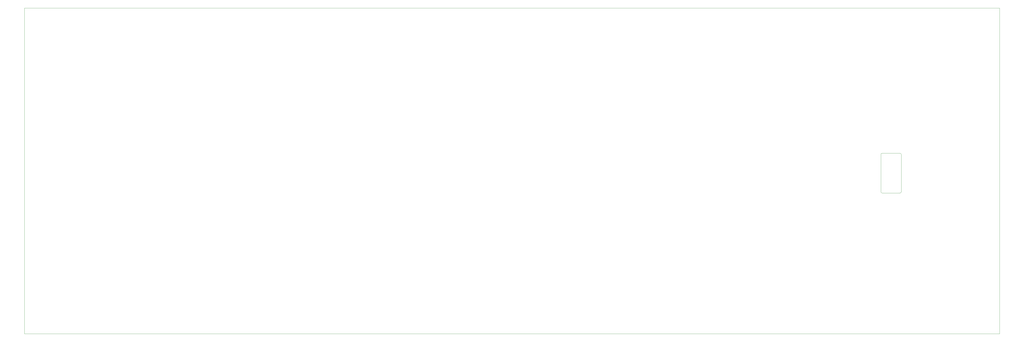
<source format=gbr>
%TF.GenerationSoftware,KiCad,Pcbnew,(6.0.10)*%
%TF.CreationDate,2023-01-18T21:24:45-08:00*%
%TF.ProjectId,OOTstag rev2,4f4f5473-7461-4672-9072-6576322e6b69,rev?*%
%TF.SameCoordinates,Original*%
%TF.FileFunction,Profile,NP*%
%FSLAX46Y46*%
G04 Gerber Fmt 4.6, Leading zero omitted, Abs format (unit mm)*
G04 Created by KiCad (PCBNEW (6.0.10)) date 2023-01-18 21:24:45*
%MOMM*%
%LPD*%
G01*
G04 APERTURE LIST*
%TA.AperFunction,Profile*%
%ADD10C,0.100000*%
%TD*%
%TA.AperFunction,Profile*%
%ADD11C,0.050000*%
%TD*%
G04 APERTURE END LIST*
D10*
X426946000Y-217390001D02*
G75*
G03*
X427446000Y-217890001I500000J0D01*
G01*
X435446000Y-201640001D02*
X435446000Y-217390001D01*
X427446000Y-201140001D02*
G75*
G03*
X426946000Y-201640001I-2J-499998D01*
G01*
X427446000Y-217890001D02*
X434946000Y-217890001D01*
X427446000Y-201140001D02*
X434946000Y-201140001D01*
D11*
X67700000Y-140100000D02*
X476700000Y-140100000D01*
X476700000Y-140100000D02*
X476700000Y-277100000D01*
X476700000Y-277100000D02*
X67700000Y-277100000D01*
X67700000Y-277100000D02*
X67700000Y-140100000D01*
D10*
X435446000Y-201640001D02*
G75*
G03*
X434946000Y-201140001I-500001J-1D01*
G01*
X426946000Y-217390001D02*
X426946000Y-201640001D01*
X434946000Y-217890001D02*
G75*
G03*
X435446000Y-217390001I-1J500001D01*
G01*
M02*

</source>
